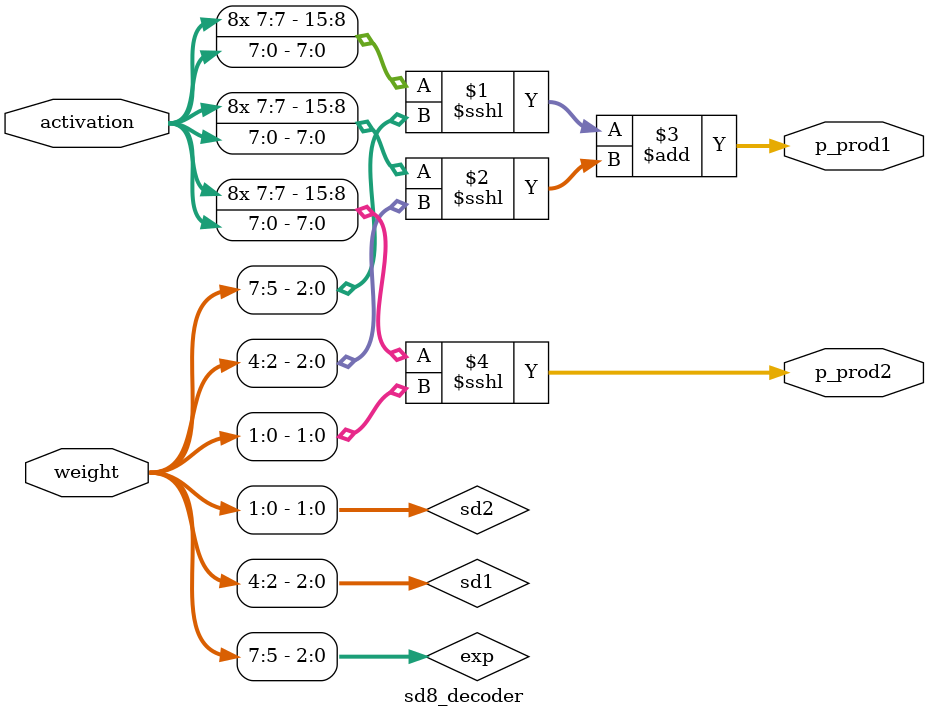
<source format=v>
module lstm_top (
    input  wire        clk,
    input  wire        rst_n,
    input  wire        start,

    input  wire signed [7:0]  x_t,        // FP8
    input  wire signed [7:0]  h_prev,     // FP8
    input  wire signed [15:0] c_prev,     // FP16

    input  wire signed [7:0]  w_in,        // FloatSD8
    input  wire signed [15:0] bias,        // FP16

    output wire signed [15:0] h_out,       // FP16
    output wire signed [15:0] c_next,      // FP16
    output wire               ready
);

    wire signed [15:0] mac_out;

    floatSD8_mac u_mac (
        .clk(clk), .rst_n(rst_n),
        .weight(w_in),
        .activation(x_t),
        .bias(bias),
        .psum_out(mac_out)
    );

    lstm_controller u_ctrl (
        .clk(clk), .rst_n(rst_n), .start(start),
        .mac_in(mac_out),
        .c_prev(c_prev),
        .h_out(h_out),
        .c_next(c_next),
        .done(ready)
    );

endmodule

module lstm_controller (
    input  wire        clk,
    input  wire        rst_n,
    input  wire        start,

    input  wire signed [15:0] mac_in,
    input  wire signed [15:0] c_prev,

    output reg  signed [15:0] h_out,
    output reg  signed [15:0] c_next,
    output reg               done
);

    // ---------- STATE ENCODING (IVERILOG SAFE) ----------
    localparam IDLE   = 3'd0;
    localparam F_GATE = 3'd1;
    localparam I_GATE = 3'd2;
    localparam G_GATE = 3'd3;
    localparam O_GATE = 3'd4;
    localparam C_UPD  = 3'd5;
    localparam H_UPD  = 3'd6;

    reg [2:0] state;

    // ---------- GATES ----------
    reg signed [7:0] f_gate, i_gate, g_gate, o_gate;

    // ---------- ACTIVATIONS ----------
    wire signed [7:0]  sig_sd;
    wire signed [15:0] tanh_fp;
    wire signed [15:0] tanh_c;

    sigmoid_p2 u_sig (.x(mac_in), .y_sd(sig_sd));
    tanh_p2    u_tnh (.x(mac_in), .y(tanh_fp));
    tanh_p2    u_tnh_c (.x(c_next), .y(tanh_c));

    // ---------- SD8 × FP16 MULTIPLY (INLINE) ----------
    function [15:0] sd8_mul_fp16;
        input signed [7:0]  sd8;
        input signed [15:0] fp16;
        reg   signed [2:0]  exp;
        reg   signed [2:0]  sd1;
        reg   signed [1:0]  sd2;
        begin
            exp = sd8[7:5];
            sd1 = sd8[4:2];
            sd2 = sd8[1:0];
            sd8_mul_fp16 =
                (fp16 <<< exp) +
                (fp16 <<< sd1) +
                (fp16 <<< sd2);
        end
    endfunction

    // ---------- FSM ----------
    always @(posedge clk) begin
        if (!rst_n) begin
            state  <= IDLE;
            done   <= 1'b0;
            h_out  <= 16'sd0;
            c_next <= 16'sd0;
        end else begin
            done <= 1'b0;
            case (state)

                IDLE:
                    if (start) state <= F_GATE;

                F_GATE: begin
                    f_gate <= sig_sd;
                    state  <= I_GATE;
                end

                I_GATE: begin
                    i_gate <= sig_sd;
                    state  <= G_GATE;
                end

                G_GATE: begin
                    g_gate <= tanh_fp[15:8]; // coarse FloatSD8
                    state  <= O_GATE;
                end

                O_GATE: begin
                    o_gate <= sig_sd;
                    state  <= C_UPD;
                end

                C_UPD: begin
                    c_next <= sd8_mul_fp16(f_gate, c_prev)
                            + sd8_mul_fp16(i_gate, {{8{g_gate[7]}}, g_gate});
                    state  <= H_UPD;
                end

                H_UPD: begin
                    h_out <= sd8_mul_fp16(o_gate, tanh_c);
                    done  <= 1'b1;
                    state <= IDLE;
                end

            endcase
        end
    end

endmodule

module tanh_p2 (
    input  wire signed [15:0] x,  // FP16
    output reg  signed [15:0] y   // FP16
);
    wire sign = x[15];
    wire signed [15:0] xa = sign ? -x : x;
    reg  signed [31:0] x2;
    reg  signed [15:0] yp;

    localparam signed [15:0] ONE = 16'h3C00; // 1.0

    always @(*) begin
        x2 = xa * xa;
        if (xa < 16'h3C00) begin
            yp = (- (x2 >>> 4)) + ((xa * 16'h3800) >>> 10);
        end else if (xa < 16'h4000) begin
            yp = (- (x2 >>> 6)) + ((xa * 16'h2E00) >>> 10) + 16'h3400;
        end else begin
            yp = ONE;
        end
        y = sign ? -yp : yp;
    end
endmodule

module sigmoid_p2 (
    input  wire signed [15:0] x,     // FP16
    output reg  signed [7:0]  y_sd   // FloatSD8
);
    wire sign = x[15];
    wire signed [15:0] xa = sign ? -x : x;
    reg  signed [31:0] x2;
    reg  signed [15:0] yfp;

    always @(*) begin
        x2 = xa * xa;
        if (xa < 16'h3C00) begin
            yfp = (- (x2 >>> 5)) + ((xa * 16'h2000) >>> 10) + 16'h3800;
        end else if (xa < 16'h4000) begin
            yfp = (- (x2 >>> 7)) + ((xa * 16'h1700) >>> 10) + 16'h3900;
        end else begin
            yfp = 16'h3C00;
        end
        if (sign) yfp = 16'h3C00 - yfp;

        // coarse FP16→FloatSD8 quantization (gate-friendly)
        if (yfp > 16'h3A00)      y_sd = 8'h30; // ~1
        else if (yfp > 16'h3800) y_sd = 8'h20; // ~0.5
        else if (yfp > 16'h3400) y_sd = 8'h10; // ~0.25
        else                     y_sd = 8'h00;
    end
endmodule

module floatSD8_mac (
    input  wire        clk,
    input  wire        rst_n,
    input  wire signed [7:0]  weight,      // FloatSD8
    input  wire signed [7:0]  activation,  // FP8
    input  wire signed [15:0] bias,        // FP16
    output reg  signed [15:0] psum_out     // FP16
);
    wire signed [15:0] p1, p2;

    sd8_decoder u_dec (
        .weight(weight),
        .activation(activation),
        .p_prod1(p1),
        .p_prod2(p2)
    );

    always @(posedge clk) begin
        if (!rst_n) psum_out <= 16'sd0;
        else        psum_out <= p1 + p2 + bias;
    end
endmodule

module sd8_decoder (
    input  wire signed [7:0]  weight,
    input  wire signed [7:0]  activation,
    output wire signed [15:0] p_prod1,
    output wire signed [15:0] p_prod2
);
    wire signed [2:0] exp = weight[7:5];
    wire signed [2:0] sd1 = weight[4:2];
    wire signed [1:0] sd2 = weight[1:0];

    assign p_prod1 = ({{8{activation[7]}},activation} <<< exp)
                   + ({{8{activation[7]}},activation} <<< sd1);
    assign p_prod2 = ({{8{activation[7]}},activation} <<< sd2);
endmodule

</source>
